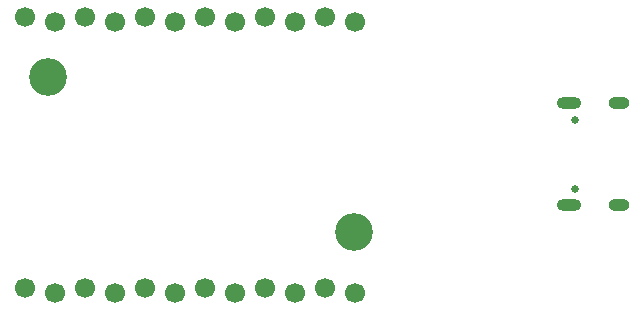
<source format=gbs>
G04 #@! TF.GenerationSoftware,KiCad,Pcbnew,8.0.1-8.0.1-1~ubuntu22.04.1*
G04 #@! TF.CreationDate,2024-09-10T20:50:46+02:00*
G04 #@! TF.ProjectId,NerdNOS,4e657264-4e4f-4532-9e6b-696361645f70,rev?*
G04 #@! TF.SameCoordinates,Original*
G04 #@! TF.FileFunction,Soldermask,Bot*
G04 #@! TF.FilePolarity,Negative*
%FSLAX46Y46*%
G04 Gerber Fmt 4.6, Leading zero omitted, Abs format (unit mm)*
G04 Created by KiCad (PCBNEW 8.0.1-8.0.1-1~ubuntu22.04.1) date 2024-09-10 20:50:46*
%MOMM*%
%LPD*%
G01*
G04 APERTURE LIST*
%ADD10C,1.700000*%
%ADD11C,0.650000*%
%ADD12O,2.100000X1.000000*%
%ADD13O,1.800000X1.000000*%
%ADD14C,3.200000*%
G04 APERTURE END LIST*
D10*
X89440000Y-77490000D03*
X91980000Y-77890000D03*
X94520000Y-77490000D03*
X97060000Y-77890000D03*
X99600000Y-77490000D03*
X102140000Y-77890000D03*
X104680000Y-77490000D03*
X107220000Y-77890000D03*
X109760000Y-77490000D03*
X112300000Y-77890000D03*
X114840000Y-77490000D03*
X117380000Y-77890000D03*
X117380000Y-54970000D03*
X114840000Y-54570000D03*
X112300000Y-54970000D03*
X109760000Y-54570000D03*
X107220000Y-54970000D03*
X104680000Y-54570000D03*
X102140000Y-54970000D03*
X99600000Y-54570000D03*
X97060000Y-54970000D03*
X94520000Y-54570000D03*
X91980000Y-54970000D03*
X89440000Y-54570000D03*
D11*
X135985000Y-69080000D03*
X135985000Y-63300000D03*
D12*
X135485000Y-70510000D03*
D13*
X139665000Y-70510000D03*
D12*
X135485000Y-61870000D03*
D13*
X139665000Y-61870000D03*
D14*
X117230000Y-72760000D03*
X91370000Y-59640000D03*
M02*

</source>
